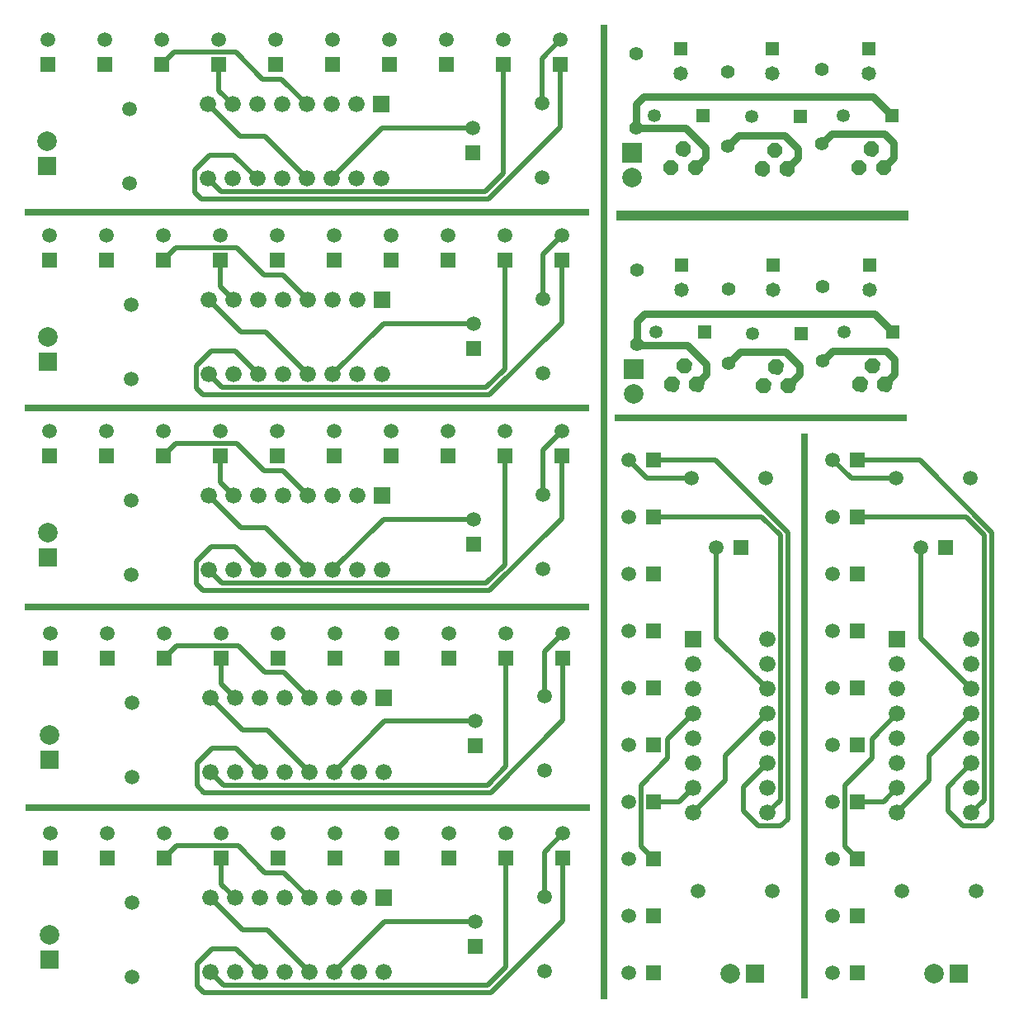
<source format=gtl>
G04 Layer_Physical_Order=1*
G04 Layer_Color=255*
%FSLAX25Y25*%
%MOIN*%
G70*
G01*
G75*
%ADD10C,0.03000*%
%ADD11C,0.02000*%
%ADD12R,1.18110X0.03937*%
%ADD13C,0.05512*%
%ADD14C,0.05905*%
%ADD15R,0.07874X0.07874*%
%ADD16C,0.07874*%
%ADD17R,0.05827X0.05827*%
%ADD18C,0.05827*%
%ADD19C,0.05315*%
%ADD20R,0.05315X0.05315*%
%ADD21R,1.18110X0.02756*%
%ADD22R,0.02756X2.28347*%
%ADD23R,0.02756X3.93701*%
%ADD24R,2.28347X0.02756*%
%ADD25R,0.05905X0.05905*%
%ADD26R,0.06600X0.06600*%
%ADD27C,0.06600*%
%ADD28R,0.07480X0.07480*%
%ADD29R,0.05905X0.05905*%
%ADD30R,0.06600X0.06600*%
%ADD31R,0.07480X0.07480*%
G36*
X347363Y349491D02*
X349069Y347629D01*
X348959Y345105D01*
X347097Y343399D01*
X344574Y343509D01*
X342867Y345371D01*
X342978Y347895D01*
X344840Y349601D01*
X347363Y349491D01*
D02*
G37*
G36*
X271363D02*
X273070Y347629D01*
X272959Y345105D01*
X271097Y343399D01*
X268574Y343509D01*
X266867Y345371D01*
X266978Y347895D01*
X268840Y349601D01*
X271363Y349491D01*
D02*
G37*
G36*
X308363Y348991D02*
X310069Y347129D01*
X309959Y344605D01*
X308097Y342899D01*
X305574Y343009D01*
X303868Y344871D01*
X303978Y347395D01*
X305840Y349101D01*
X308363Y348991D01*
D02*
G37*
G36*
X352363Y341991D02*
X354069Y340129D01*
X353959Y337605D01*
X352097Y335899D01*
X349574Y336009D01*
X347867Y337871D01*
X347978Y340395D01*
X349840Y342101D01*
X352363Y341991D01*
D02*
G37*
G36*
X342363D02*
X344070Y340129D01*
X343959Y337605D01*
X342097Y335899D01*
X339574Y336009D01*
X337867Y337871D01*
X337978Y340395D01*
X339840Y342101D01*
X342363Y341991D01*
D02*
G37*
G36*
X276363D02*
X278069Y340129D01*
X277959Y337605D01*
X276097Y335899D01*
X273574Y336009D01*
X271867Y337871D01*
X271978Y340395D01*
X273840Y342101D01*
X276363Y341991D01*
D02*
G37*
G36*
X266363D02*
X268070Y340129D01*
X267959Y337605D01*
X266097Y335899D01*
X263574Y336009D01*
X261867Y337871D01*
X261978Y340395D01*
X263840Y342101D01*
X266363Y341991D01*
D02*
G37*
G36*
X313363Y341491D02*
X315070Y339629D01*
X314959Y337105D01*
X313097Y335399D01*
X310574Y335509D01*
X308868Y337371D01*
X308978Y339895D01*
X310840Y341601D01*
X313363Y341491D01*
D02*
G37*
G36*
X303363D02*
X305069Y339629D01*
X304959Y337105D01*
X303097Y335399D01*
X300574Y335509D01*
X298868Y337371D01*
X298978Y339895D01*
X300840Y341601D01*
X303363Y341491D01*
D02*
G37*
G36*
X347895Y261991D02*
X349601Y260129D01*
X349491Y257605D01*
X347629Y255899D01*
X345105Y256009D01*
X343399Y257871D01*
X343509Y260395D01*
X345371Y262101D01*
X347895Y261991D01*
D02*
G37*
G36*
X271895D02*
X273601Y260129D01*
X273491Y257605D01*
X271629Y255899D01*
X269105Y256009D01*
X267399Y257871D01*
X267509Y260395D01*
X269371Y262101D01*
X271895Y261991D01*
D02*
G37*
G36*
X308895Y261491D02*
X310601Y259629D01*
X310491Y257105D01*
X308629Y255399D01*
X306105Y255509D01*
X304399Y257371D01*
X304509Y259895D01*
X306371Y261601D01*
X308895Y261491D01*
D02*
G37*
G36*
X352895Y254491D02*
X354601Y252629D01*
X354491Y250105D01*
X352629Y248399D01*
X350105Y248509D01*
X348399Y250371D01*
X348509Y252895D01*
X350371Y254601D01*
X352895Y254491D01*
D02*
G37*
G36*
X342895D02*
X344601Y252629D01*
X344491Y250105D01*
X342629Y248399D01*
X340105Y248509D01*
X338399Y250371D01*
X338509Y252895D01*
X340371Y254601D01*
X342895Y254491D01*
D02*
G37*
G36*
X276895D02*
X278601Y252629D01*
X278491Y250105D01*
X276629Y248399D01*
X274105Y248509D01*
X272399Y250371D01*
X272509Y252895D01*
X274371Y254601D01*
X276895Y254491D01*
D02*
G37*
G36*
X266895D02*
X268601Y252629D01*
X268491Y250105D01*
X266629Y248399D01*
X264105Y248509D01*
X262399Y250371D01*
X262509Y252895D01*
X264371Y254601D01*
X266895Y254491D01*
D02*
G37*
G36*
X313895Y253991D02*
X315601Y252129D01*
X315491Y249605D01*
X313629Y247899D01*
X311105Y248009D01*
X309399Y249871D01*
X309509Y252395D01*
X311371Y254101D01*
X313895Y253991D01*
D02*
G37*
G36*
X303895D02*
X305601Y252129D01*
X305491Y249605D01*
X303629Y247899D01*
X301105Y248009D01*
X299399Y249871D01*
X299509Y252395D01*
X301371Y254101D01*
X303895Y253991D01*
D02*
G37*
D10*
X250969Y354842D02*
X271126D01*
X350969Y339000D02*
X354969Y343000D01*
Y349000D01*
X351468Y352500D02*
X354969Y349000D01*
X329969Y352500D02*
X351468D01*
X325969Y348500D02*
X329969Y352500D01*
X311968Y338500D02*
X316469Y343000D01*
Y346500D01*
X310968Y352000D02*
X316469Y346500D01*
X292469Y352000D02*
X310968D01*
X287968Y347500D02*
X292469Y352000D01*
X274969Y339000D02*
X278969Y343000D01*
Y347000D01*
X271126Y354842D02*
X278969Y347000D01*
X250969Y354842D02*
Y355000D01*
X346811Y367500D02*
X354311Y360000D01*
X253969Y367500D02*
X346811D01*
X250969Y364500D02*
X253969Y367500D01*
X250969Y355000D02*
Y364500D01*
X251500Y267500D02*
Y277000D01*
X254500Y280000D01*
X347342D01*
X354842Y272500D01*
X251500Y267342D02*
Y267500D01*
X271657Y267342D02*
X279500Y259500D01*
Y255500D02*
Y259500D01*
X275500Y251500D02*
X279500Y255500D01*
X288500Y260000D02*
X293000Y264500D01*
X311500D01*
X317000Y259000D01*
Y255500D02*
Y259000D01*
X312500Y251000D02*
X317000Y255500D01*
X326500Y261000D02*
X330500Y265000D01*
X352000D01*
X355500Y261500D01*
Y255500D02*
Y261500D01*
X351500Y251500D02*
X355500Y255500D01*
X251500Y267342D02*
X271657D01*
D11*
X356500Y78500D02*
X369500Y91500D01*
Y101500D01*
X386500Y118500D01*
X366000Y149000D02*
X386500Y128500D01*
X366000Y149000D02*
Y185500D01*
X335500Y65000D02*
X340500Y60000D01*
X335500Y65000D02*
Y89800D01*
X346300Y100600D01*
Y108300D01*
X356500Y118500D01*
X340500Y221000D02*
X365600D01*
X394800Y191800D01*
Y76000D02*
Y191800D01*
X392000Y73200D02*
X394800Y76000D01*
X383000Y73200D02*
X392000D01*
X377000Y79200D02*
X383000Y73200D01*
X377000Y79200D02*
Y89000D01*
X386500Y98500D01*
X340500Y198000D02*
X384300D01*
X391800Y190500D01*
Y83800D02*
Y190500D01*
X386500Y78500D02*
X391800Y83800D01*
X351000Y83000D02*
X356500Y88500D01*
X340500Y83000D02*
X351000D01*
X338000Y213500D02*
X356000D01*
X330500Y221000D02*
X338000Y213500D01*
X274000Y78500D02*
X287000Y91500D01*
Y101500D01*
X304000Y118500D01*
X283500Y149000D02*
X304000Y128500D01*
X283500Y149000D02*
Y185500D01*
X253000Y65000D02*
X258000Y60000D01*
X253000Y65000D02*
Y89800D01*
X263800Y100600D01*
Y108300D01*
X274000Y118500D01*
X258000Y221000D02*
X283100D01*
X312300Y191800D01*
Y76000D02*
Y191800D01*
X309500Y73200D02*
X312300Y76000D01*
X300500Y73200D02*
X309500D01*
X294500Y79200D02*
X300500Y73200D01*
X294500Y79200D02*
Y89000D01*
X304000Y98500D01*
X258000Y198000D02*
X301800D01*
X309300Y190500D01*
Y83800D02*
Y190500D01*
X304000Y78500D02*
X309300Y83800D01*
X268500Y83000D02*
X274000Y88500D01*
X258000Y83000D02*
X268500D01*
X255500Y213500D02*
X273500D01*
X248000Y221000D02*
X255500Y213500D01*
X79000Y125000D02*
X92000Y112000D01*
X102000D01*
X119000Y95000D01*
X129000D02*
X149500Y115500D01*
X186000D01*
X60500Y141000D02*
X65500Y146000D01*
X90300D01*
X101100Y135200D01*
X108800D01*
X119000Y125000D01*
X221500Y115900D02*
Y141000D01*
X192300Y86700D02*
X221500Y115900D01*
X76500Y86700D02*
X192300D01*
X73700Y89500D02*
X76500Y86700D01*
X73700Y89500D02*
Y98500D01*
X79700Y104500D01*
X89500D01*
X99000Y95000D01*
X198500Y97200D02*
Y141000D01*
X191000Y89700D02*
X198500Y97200D01*
X84300Y89700D02*
X191000D01*
X79000Y95000D02*
X84300Y89700D01*
X83500Y130500D02*
X89000Y125000D01*
X83500Y130500D02*
Y141000D01*
X214000Y125500D02*
Y143500D01*
X221500Y151000D01*
X78500Y206500D02*
X91500Y193500D01*
X101500D01*
X118500Y176500D01*
X128500D02*
X149000Y197000D01*
X185500D01*
X60000Y222500D02*
X65000Y227500D01*
X89800D01*
X100600Y216700D01*
X108300D01*
X118500Y206500D01*
X221000Y197400D02*
Y222500D01*
X191800Y168200D02*
X221000Y197400D01*
X76000Y168200D02*
X191800D01*
X73200Y171000D02*
X76000Y168200D01*
X73200Y171000D02*
Y180000D01*
X79200Y186000D01*
X89000D01*
X98500Y176500D01*
X198000Y178700D02*
Y222500D01*
X190500Y171200D02*
X198000Y178700D01*
X83800Y171200D02*
X190500D01*
X78500Y176500D02*
X83800Y171200D01*
X83000Y212000D02*
X88500Y206500D01*
X83000Y212000D02*
Y222500D01*
X213500Y207000D02*
Y225000D01*
X221000Y232500D01*
X78500Y285500D02*
X91500Y272500D01*
X101500D01*
X118500Y255500D01*
X128500D02*
X149000Y276000D01*
X185500D01*
X60000Y301500D02*
X65000Y306500D01*
X89800D01*
X100600Y295700D01*
X108300D01*
X118500Y285500D01*
X221000Y276400D02*
Y301500D01*
X191800Y247200D02*
X221000Y276400D01*
X76000Y247200D02*
X191800D01*
X73200Y250000D02*
X76000Y247200D01*
X73200Y250000D02*
Y259000D01*
X79200Y265000D01*
X89000D01*
X98500Y255500D01*
X198000Y257700D02*
Y301500D01*
X190500Y250200D02*
X198000Y257700D01*
X83800Y250200D02*
X190500D01*
X78500Y255500D02*
X83800Y250200D01*
X83000Y291000D02*
X88500Y285500D01*
X83000Y291000D02*
Y301500D01*
X213500Y286000D02*
Y304000D01*
X221000Y311500D01*
X78000Y364500D02*
X91000Y351500D01*
X101000D01*
X118000Y334500D01*
X128000D02*
X148500Y355000D01*
X185000D01*
X59500Y380500D02*
X64500Y385500D01*
X89300D01*
X100100Y374700D01*
X107800D01*
X118000Y364500D01*
X220500Y355400D02*
Y380500D01*
X191300Y326200D02*
X220500Y355400D01*
X75500Y326200D02*
X191300D01*
X72700Y329000D02*
X75500Y326200D01*
X72700Y329000D02*
Y338000D01*
X78700Y344000D01*
X88500D01*
X98000Y334500D01*
X197500Y336700D02*
Y380500D01*
X190000Y329200D02*
X197500Y336700D01*
X83300Y329200D02*
X190000D01*
X78000Y334500D02*
X83300Y329200D01*
X82500Y370000D02*
X88000Y364500D01*
X82500Y370000D02*
Y380500D01*
X213000Y365000D02*
Y383000D01*
X220500Y390500D01*
X214000Y62697D02*
X221500Y70197D01*
X214000Y44697D02*
Y62697D01*
X83500Y49697D02*
Y60197D01*
Y49697D02*
X89000Y44197D01*
X79000Y14197D02*
X84300Y8897D01*
X191000D01*
X198500Y16397D01*
Y60197D01*
X89500Y23697D02*
X99000Y14197D01*
X79700Y23697D02*
X89500D01*
X73700Y17697D02*
X79700Y23697D01*
X73700Y8697D02*
Y17697D01*
Y8697D02*
X76500Y5897D01*
X192300D01*
X221500Y35097D01*
Y60197D01*
X108800Y54397D02*
X119000Y44197D01*
X101100Y54397D02*
X108800D01*
X90300Y65197D02*
X101100Y54397D01*
X65500Y65197D02*
X90300D01*
X60500Y60197D02*
X65500Y65197D01*
X149500Y34697D02*
X186000D01*
X129000Y14197D02*
X149500Y34697D01*
X102000Y31197D02*
X119000Y14197D01*
X92000Y31197D02*
X102000D01*
X79000Y44197D02*
X92000Y31197D01*
D12*
X302000Y319500D02*
D03*
D13*
X325969Y378500D02*
D03*
Y348500D02*
D03*
X287968Y377500D02*
D03*
Y347500D02*
D03*
X250969Y385000D02*
D03*
Y355000D02*
D03*
X251500Y297500D02*
D03*
Y267500D02*
D03*
X288500Y290000D02*
D03*
Y260000D02*
D03*
X326500Y291000D02*
D03*
Y261000D02*
D03*
D14*
X350969Y339000D02*
D03*
X345969Y346500D02*
D03*
X340968Y339000D02*
D03*
X311968Y338500D02*
D03*
X306968Y346000D02*
D03*
X301969Y338500D02*
D03*
X274969Y339000D02*
D03*
X269969Y346500D02*
D03*
X264968Y339000D02*
D03*
X275500Y251500D02*
D03*
X270500Y259000D02*
D03*
X265500Y251500D02*
D03*
X312500Y251000D02*
D03*
X307500Y258500D02*
D03*
X302500Y251000D02*
D03*
X351500Y251500D02*
D03*
X346500Y259000D02*
D03*
X341500Y251500D02*
D03*
X388500Y47000D02*
D03*
X358500D02*
D03*
X330500Y14000D02*
D03*
Y37000D02*
D03*
Y60000D02*
D03*
Y83000D02*
D03*
Y106000D02*
D03*
Y129000D02*
D03*
Y152000D02*
D03*
Y175000D02*
D03*
Y198000D02*
D03*
Y221000D02*
D03*
X356000Y213500D02*
D03*
X386000D02*
D03*
X366000Y185500D02*
D03*
X306000Y47000D02*
D03*
X276000D02*
D03*
X248000Y14000D02*
D03*
Y37000D02*
D03*
Y60000D02*
D03*
Y83000D02*
D03*
Y106000D02*
D03*
Y129000D02*
D03*
Y152000D02*
D03*
Y175000D02*
D03*
Y198000D02*
D03*
Y221000D02*
D03*
X273500Y213500D02*
D03*
X303500D02*
D03*
X283500Y185500D02*
D03*
X47500Y93000D02*
D03*
Y123000D02*
D03*
X14500Y151000D02*
D03*
X37500D02*
D03*
X60500D02*
D03*
X83500D02*
D03*
X106500D02*
D03*
X129500D02*
D03*
X152500D02*
D03*
X175500D02*
D03*
X198500D02*
D03*
X221500D02*
D03*
X214000Y125500D02*
D03*
Y95500D02*
D03*
X186000Y115500D02*
D03*
X47000Y174500D02*
D03*
Y204500D02*
D03*
X14000Y232500D02*
D03*
X37000D02*
D03*
X60000D02*
D03*
X83000D02*
D03*
X106000D02*
D03*
X129000D02*
D03*
X152000D02*
D03*
X175000D02*
D03*
X198000D02*
D03*
X221000D02*
D03*
X213500Y207000D02*
D03*
Y177000D02*
D03*
X185500Y197000D02*
D03*
X47000Y253500D02*
D03*
Y283500D02*
D03*
X14000Y311500D02*
D03*
X37000D02*
D03*
X60000D02*
D03*
X83000D02*
D03*
X106000D02*
D03*
X129000D02*
D03*
X152000D02*
D03*
X175000D02*
D03*
X198000D02*
D03*
X221000D02*
D03*
X213500Y286000D02*
D03*
Y256000D02*
D03*
X185500Y276000D02*
D03*
X46500Y332500D02*
D03*
Y362500D02*
D03*
X13500Y390500D02*
D03*
X36500D02*
D03*
X59500D02*
D03*
X82500D02*
D03*
X105500D02*
D03*
X128500D02*
D03*
X151500D02*
D03*
X174500D02*
D03*
X197500D02*
D03*
X220500D02*
D03*
X213000Y365000D02*
D03*
Y335000D02*
D03*
X185000Y355000D02*
D03*
X214000Y44697D02*
D03*
Y14697D02*
D03*
X186000Y34697D02*
D03*
X47500Y12197D02*
D03*
Y42197D02*
D03*
X221500Y70197D02*
D03*
X198500D02*
D03*
X175500D02*
D03*
X152500D02*
D03*
X129500D02*
D03*
X106500D02*
D03*
X83500D02*
D03*
X60500D02*
D03*
X37500D02*
D03*
X14500D02*
D03*
D15*
X249468Y345000D02*
D03*
X250000Y257500D02*
D03*
D16*
X249468Y335000D02*
D03*
X250000Y247500D02*
D03*
X371500Y13500D02*
D03*
X289000D02*
D03*
X14000Y110000D02*
D03*
X13500Y191500D02*
D03*
Y270500D02*
D03*
X13000Y349500D02*
D03*
X14000Y29197D02*
D03*
D17*
X344969Y387000D02*
D03*
X305968D02*
D03*
X268969D02*
D03*
X269500Y299500D02*
D03*
X306500D02*
D03*
X345500D02*
D03*
D18*
X344969Y377000D02*
D03*
X305968D02*
D03*
X268969D02*
D03*
X269500Y289500D02*
D03*
X306500D02*
D03*
X345500D02*
D03*
D19*
X334626Y360000D02*
D03*
X297626Y359500D02*
D03*
X258469Y360000D02*
D03*
X259000Y272500D02*
D03*
X298158Y272000D02*
D03*
X335157Y272500D02*
D03*
D20*
X354311Y360000D02*
D03*
X317311Y359500D02*
D03*
X278153Y360000D02*
D03*
X278685Y272500D02*
D03*
X317843Y272000D02*
D03*
X354842Y272500D02*
D03*
D21*
X301500Y238000D02*
D03*
D22*
X319000Y117500D02*
D03*
D23*
X238000Y200000D02*
D03*
D24*
X118500Y80500D02*
D03*
X118000Y161500D02*
D03*
Y242000D02*
D03*
Y321000D02*
D03*
D25*
X340500Y14000D02*
D03*
Y37000D02*
D03*
Y60000D02*
D03*
Y83000D02*
D03*
Y106000D02*
D03*
Y129000D02*
D03*
Y152000D02*
D03*
Y175000D02*
D03*
Y198000D02*
D03*
Y221000D02*
D03*
X376000Y185500D02*
D03*
X258000Y14000D02*
D03*
Y37000D02*
D03*
Y60000D02*
D03*
Y83000D02*
D03*
Y106000D02*
D03*
Y129000D02*
D03*
Y152000D02*
D03*
Y175000D02*
D03*
Y198000D02*
D03*
Y221000D02*
D03*
X293500Y185500D02*
D03*
D26*
X356500Y148500D02*
D03*
X274000D02*
D03*
D27*
X356500Y138500D02*
D03*
Y128500D02*
D03*
Y118500D02*
D03*
Y108500D02*
D03*
Y98500D02*
D03*
Y88500D02*
D03*
Y78500D02*
D03*
X386500D02*
D03*
Y88500D02*
D03*
Y98500D02*
D03*
Y108500D02*
D03*
Y118500D02*
D03*
Y128500D02*
D03*
Y138500D02*
D03*
Y148500D02*
D03*
X274000Y138500D02*
D03*
Y128500D02*
D03*
Y118500D02*
D03*
Y108500D02*
D03*
Y98500D02*
D03*
Y88500D02*
D03*
Y78500D02*
D03*
X304000D02*
D03*
Y88500D02*
D03*
Y98500D02*
D03*
Y108500D02*
D03*
Y118500D02*
D03*
Y128500D02*
D03*
Y138500D02*
D03*
Y148500D02*
D03*
X139000Y125000D02*
D03*
X129000D02*
D03*
X119000D02*
D03*
X109000D02*
D03*
X99000D02*
D03*
X89000D02*
D03*
X79000D02*
D03*
Y95000D02*
D03*
X89000D02*
D03*
X99000D02*
D03*
X109000D02*
D03*
X119000D02*
D03*
X129000D02*
D03*
X139000D02*
D03*
X149000D02*
D03*
X138500Y206500D02*
D03*
X128500D02*
D03*
X118500D02*
D03*
X108500D02*
D03*
X98500D02*
D03*
X88500D02*
D03*
X78500D02*
D03*
Y176500D02*
D03*
X88500D02*
D03*
X98500D02*
D03*
X108500D02*
D03*
X118500D02*
D03*
X128500D02*
D03*
X138500D02*
D03*
X148500D02*
D03*
X138500Y285500D02*
D03*
X128500D02*
D03*
X118500D02*
D03*
X108500D02*
D03*
X98500D02*
D03*
X88500D02*
D03*
X78500D02*
D03*
Y255500D02*
D03*
X88500D02*
D03*
X98500D02*
D03*
X108500D02*
D03*
X118500D02*
D03*
X128500D02*
D03*
X138500D02*
D03*
X148500D02*
D03*
X138000Y364500D02*
D03*
X128000D02*
D03*
X118000D02*
D03*
X108000D02*
D03*
X98000D02*
D03*
X88000D02*
D03*
X78000D02*
D03*
Y334500D02*
D03*
X88000D02*
D03*
X98000D02*
D03*
X108000D02*
D03*
X118000D02*
D03*
X128000D02*
D03*
X138000D02*
D03*
X148000D02*
D03*
X139000Y44197D02*
D03*
X129000D02*
D03*
X119000D02*
D03*
X109000D02*
D03*
X99000D02*
D03*
X89000D02*
D03*
X79000D02*
D03*
Y14197D02*
D03*
X89000D02*
D03*
X99000D02*
D03*
X109000D02*
D03*
X119000D02*
D03*
X129000D02*
D03*
X139000D02*
D03*
X149000D02*
D03*
D28*
X381500Y13500D02*
D03*
X299000D02*
D03*
D29*
X14500Y141000D02*
D03*
X37500D02*
D03*
X60500D02*
D03*
X83500D02*
D03*
X106500D02*
D03*
X129500D02*
D03*
X152500D02*
D03*
X175500D02*
D03*
X198500D02*
D03*
X221500D02*
D03*
X186000Y105500D02*
D03*
X14000Y222500D02*
D03*
X37000D02*
D03*
X60000D02*
D03*
X83000D02*
D03*
X106000D02*
D03*
X129000D02*
D03*
X152000D02*
D03*
X175000D02*
D03*
X198000D02*
D03*
X221000D02*
D03*
X185500Y187000D02*
D03*
X14000Y301500D02*
D03*
X37000D02*
D03*
X60000D02*
D03*
X83000D02*
D03*
X106000D02*
D03*
X129000D02*
D03*
X152000D02*
D03*
X175000D02*
D03*
X198000D02*
D03*
X221000D02*
D03*
X185500Y266000D02*
D03*
X13500Y380500D02*
D03*
X36500D02*
D03*
X59500D02*
D03*
X82500D02*
D03*
X105500D02*
D03*
X128500D02*
D03*
X151500D02*
D03*
X174500D02*
D03*
X197500D02*
D03*
X220500D02*
D03*
X185000Y345000D02*
D03*
X186000Y24697D02*
D03*
X221500Y60197D02*
D03*
X198500D02*
D03*
X175500D02*
D03*
X152500D02*
D03*
X129500D02*
D03*
X106500D02*
D03*
X83500D02*
D03*
X60500D02*
D03*
X37500D02*
D03*
X14500D02*
D03*
D30*
X149000Y125000D02*
D03*
X148500Y206500D02*
D03*
Y285500D02*
D03*
X148000Y364500D02*
D03*
X149000Y44197D02*
D03*
D31*
X14000Y100000D02*
D03*
X13500Y181500D02*
D03*
Y260500D02*
D03*
X13000Y339500D02*
D03*
X14000Y19197D02*
D03*
M02*

</source>
